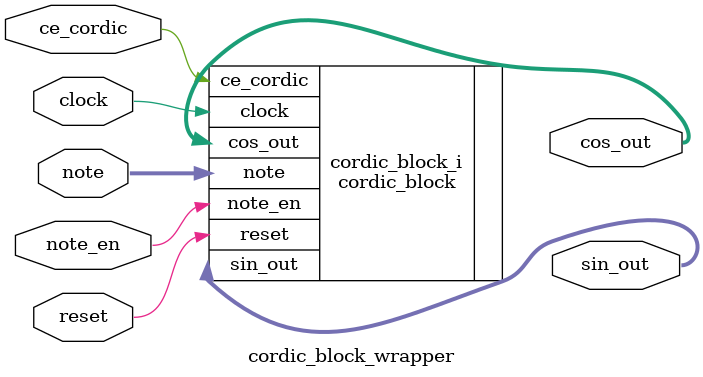
<source format=v>
`timescale 1 ps / 1 ps

module cordic_block_wrapper
   (ce_cordic,
    clock,
    cos_out,
    note,
    note_en,
    reset,
    sin_out);
  input ce_cordic;
  input clock;
  output [15:0]cos_out;
  input [7:0]note;
  input note_en;
  input reset;
  output [15:0]sin_out;

  wire ce_cordic;
  wire clock;
  wire [15:0]cos_out;
  wire [7:0]note;
  wire note_en;
  wire reset;
  wire [15:0]sin_out;

  cordic_block cordic_block_i
       (.ce_cordic(ce_cordic),
        .clock(clock),
        .cos_out(cos_out),
        .note(note),
        .note_en(note_en),
        .reset(reset),
        .sin_out(sin_out));
endmodule

</source>
